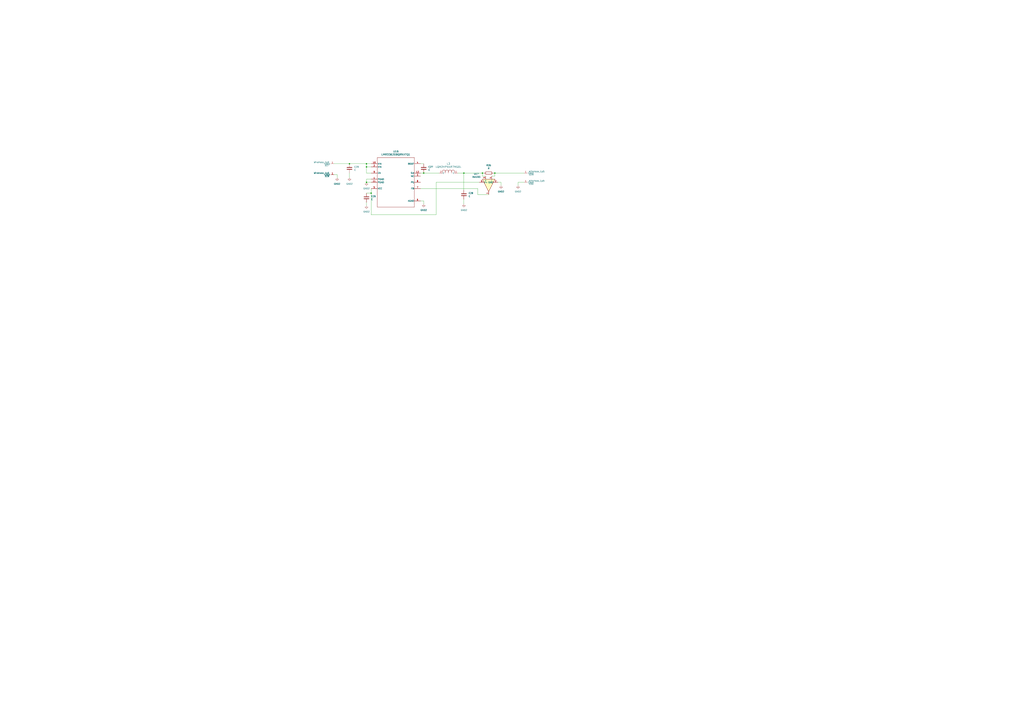
<source format=kicad_sch>
(kicad_sch (version 20230121) (generator eeschema)
  (paper "A1")
  (lib_symbols
    (symbol "Amplifier_Current:INA193" (pin_names (offset 0.127))
      (property "Reference" "U" (at 3.81 3.81 0))
      (property "Value" "INA193" (at 3.81 -3.81 0))
      (symbol "INA193_0_1"
        (polyline (pts (xy 5.08 0) (xy -5.08 5.08) (xy -5.08 -5.08) (xy 5.08 0)) (stroke (width 0.254)) (fill (type background)))
      )
      (symbol "INA193_1_1"
        (pin output line (at 7.62 0 180) (length 2.54) (name "~") (number "1"))
        (pin power_in line (at -2.54 -7.62 90) (length 3.81) (name "GND") (number "2"))
        (pin input line (at -7.62 2.54 0) (length 2.54) (name "+") (number "3"))
        (pin input line (at -7.62 -2.54 0) (length 2.54) (name "-") (number "4"))
        (pin power_in line (at -2.54 7.62 270) (length 3.81) (name "V+") (number "5"))
      )
    )
    (symbol "Connectors_for_Wire:WireHole_1p5"
      (property "Reference" "D" (at 0 -1.27 0))
      (property "Value" "WireHole_1p5" (at 0 1.27 0))
      (symbol "WireHole_1p5_1_0"
        (pin bidirectional line (at 0 0 0) (length 2.54) (name "Conn") (number "1"))
      )
    )
    (symbol "Device:C" (pin_numbers hide) (pin_names (offset 0.254))
      (property "Reference" "C" (at 0.635 2.54 0))
      (property "Value" "C" (at 0.635 -2.54 0))
      (symbol "C_0_1"
        (polyline (pts (xy -2.032 -0.762) (xy 2.032 -0.762)) (stroke (width 0.508)))
        (polyline (pts (xy -2.032 0.762) (xy 2.032 0.762)) (stroke (width 0.508)))
      )
      (symbol "C_1_1"
        (pin passive line (at 0 3.81 270) (length 2.794) (name "~") (number "1"))
        (pin passive line (at 0 -3.81 90) (length 2.794) (name "~") (number "2"))
      )
    )
    (symbol "Device:R" (pin_numbers hide) (pin_names (offset 0))
      (property "Reference" "R" (at 2.032 0 90))
      (property "Value" "R" (at 0 0 90))
      (symbol "R_0_1"
        (rectangle (start -1.016 -2.54) (end 1.016 2.54) (stroke (width 0.254)))
      )
      (symbol "R_1_1"
        (pin passive line (at 0 3.81 270) (length 1.27) (name "~") (number "1"))
        (pin passive line (at 0 -3.81 90) (length 1.27) (name "~") (number "2"))
      )
    )
    (symbol "LMR33620BQRNXTQ1:LMR33620BQRNXTQ1" (pin_names (offset 0.254))
      (property "Reference" "U" (at 0 2.54 0))
      (property "Value" "LMR33620BQRNXTQ1" (at 0 0 0))
      (symbol "LMR33620BQRNXTQ1_0_1"
        (polyline (pts (xy -15.24 -20.32) (xy 15.24 -20.32)) (stroke (width 0.2032)))
        (polyline (pts (xy -15.24 20.32) (xy -15.24 -20.32)) (stroke (width 0.2032)))
        (polyline (pts (xy 15.24 -20.32) (xy 15.24 20.32)) (stroke (width 0.2032)))
        (polyline (pts (xy 15.24 20.32) (xy -15.24 20.32)) (stroke (width 0.2032)))
        (pin power_in line (at -20.32 2.54 0) (length 5.08) (name "PGND") (number "1"))
        (pin power_in line (at -20.32 15.24 0) (length 5.08) (name "VIN") (number "10"))
        (pin power_in line (at -20.32 0 0) (length 5.08) (name "PGND") (number "11"))
        (pin power_in line (at 20.32 7.62 180) (length 5.08) (name "SW") (number "12"))
        (pin power_in line (at -20.32 12.7 0) (length 5.08) (name "VIN") (number "2"))
        (pin unspecified line (at 20.32 5.08 180) (length 5.08) (name "NC") (number "3"))
        (pin power_in line (at 20.32 15.24 180) (length 5.08) (name "BOOT") (number "4"))
        (pin power_in line (at -20.32 -5.08 0) (length 5.08) (name "VCC") (number "5"))
        (pin power_in line (at 20.32 -15.24 180) (length 5.08) (name "AGND") (number "6"))
        (pin input line (at 20.32 -5.08 180) (length 5.08) (name "FB") (number "7"))
        (pin open_collector line (at 20.32 0 180) (length 5.08) (name "PG") (number "8"))
        (pin input line (at -20.32 7.62 0) (length 5.08) (name "EN") (number "9"))
      )
    )
    (symbol "LQM2HPN:LQM2HPN4R7MG0L" (pin_names (offset 0.254))
      (property "Reference" "L" (at 6.985 5.08 0))
      (property "Value" "LQM2HPN4R7MG0L" (at 6.985 -2.54 0))
      (symbol "LQM2HPN4R7MG0L_1_1"
        (polyline (pts (xy 2.54 0) (xy 2.54 1.27)) (stroke (width 0.2032)))
        (polyline (pts (xy 5.08 0) (xy 5.08 1.27)) (stroke (width 0.2032)))
        (polyline (pts (xy 7.62 0) (xy 7.62 1.27)) (stroke (width 0.2032)))
        (polyline (pts (xy 10.16 0) (xy 10.16 1.27)) (stroke (width 0.2032)))
        (polyline (pts (xy 12.7 0) (xy 12.7 1.27)) (stroke (width 0.2032)))
        (arc (start 5.08 1.27) (mid 3.81 2.5345) (end 2.54 1.27) (stroke (width 0.2032)))
        (arc (start 7.62 1.27) (mid 6.35 2.5345) (end 5.08 1.27) (stroke (width 0.2032)))
        (arc (start 10.16 1.27) (mid 8.89 2.5345) (end 7.62 1.27) (stroke (width 0.2032)))
        (arc (start 12.7 1.27) (mid 11.43 2.5345) (end 10.16 1.27) (stroke (width 0.2032)))
        (pin unspecified line (at 15.24 0 180) (length 2.54) (name "1") (number "1"))
        (pin unspecified line (at 0 0 0) (length 2.54) (name "2") (number "2"))
      )
      (symbol "LQM2HPN4R7MG0L_1_2"
        (arc (start -1.27 5.08) (mid -2.5345 3.81) (end -1.27 2.54) (stroke (width 0.2032)))
        (arc (start -1.27 7.62) (mid -2.5345 6.35) (end -1.27 5.08) (stroke (width 0.2032)))
        (arc (start -1.27 10.16) (mid -2.5345 8.89) (end -1.27 7.62) (stroke (width 0.2032)))
        (arc (start -1.27 12.7) (mid -2.5345 11.43) (end -1.27 10.16) (stroke (width 0.2032)))
        (polyline (pts (xy 0 2.54) (xy -1.27 2.54)) (stroke (width 0.2032)))
        (polyline (pts (xy 0 5.08) (xy -1.27 5.08)) (stroke (width 0.2032)))
        (polyline (pts (xy 0 7.62) (xy -1.27 7.62)) (stroke (width 0.2032)))
        (polyline (pts (xy 0 10.16) (xy -1.27 10.16)) (stroke (width 0.2032)))
        (polyline (pts (xy 0 12.7) (xy -1.27 12.7)) (stroke (width 0.2032)))
        (pin unspecified line (at 0 15.24 270) (length 2.54) (name "1") (number "1"))
        (pin unspecified line (at 0 0 90) (length 2.54) (name "2") (number "2"))
      )
    )
    (symbol "power:GND2" (power) (pin_names (offset 0))
      (property "Value" "GND2" (at 0 -3.81 0))
      (symbol "GND2_0_1"
        (polyline (pts (xy 0 0) (xy 0 -1.27) (xy 1.27 -1.27) (xy 0 -2.54) (xy -1.27 -1.27) (xy 0 -1.27)))
      )
      (symbol "GND2_1_1"
        (pin power_in line (at 0 0 270) (length 0) hide (name "GND2") (number "1"))
      )
    )
  )
  (junction (at 381 142.24))
  (junction (at 396.24 142.24))
  (junction (at 304.8 158.75))
  (junction (at 406.4 142.24))
  (junction (at 300.99 149.86))
  (junction (at 287.02 134.62))
  (junction (at 300.99 137.16))
  (junction (at 300.99 134.62))
  (junction (at 347.98 142.24))
  (wire (pts (xy 345.44 134.62) (xy 347.98 134.62)))
  (wire (pts (xy 392.43 160.02) (xy 401.32 160.02)))
  (wire (pts (xy 347.98 142.24) (xy 360.68 142.24)))
  (wire (pts (xy 408.94 149.86) (xy 411.48 149.86)))
  (wire (pts (xy 304.8 142.24) (xy 300.99 142.24)))
  (wire (pts (xy 358.14 176.53) (xy 304.8 176.53)))
  (wire (pts (xy 274.32 134.62) (xy 287.02 134.62)))
  (wire (pts (xy 358.14 149.86) (xy 358.14 176.53)))
  (wire (pts (xy 381 142.24) (xy 381 156.21)))
  (wire (pts (xy 406.4 142.24) (xy 405.13 142.24)))
  (wire (pts (xy 375.92 142.24) (xy 381 142.24)))
  (wire (pts (xy 300.99 134.62) (xy 304.8 134.62)))
  (wire (pts (xy 347.98 165.1) (xy 347.98 167.64)))
  (wire (pts (xy 276.86 143.51) (xy 276.86 146.05)))
  (wire (pts (xy 411.48 149.86) (xy 411.48 152.4)))
  (wire (pts (xy 304.8 176.53) (xy 304.8 158.75)))
  (wire (pts (xy 398.78 144.78) (xy 396.24 144.78)))
  (wire (pts (xy 392.43 154.94) (xy 392.43 160.02)))
  (wire (pts (xy 403.86 144.78) (xy 406.4 144.78)))
  (wire (pts (xy 381 142.24) (xy 396.24 142.24)))
  (wire (pts (xy 304.8 154.94) (xy 304.8 158.75)))
  (wire (pts (xy 345.44 142.24) (xy 347.98 142.24)))
  (wire (pts (xy 345.44 165.1) (xy 347.98 165.1)))
  (wire (pts (xy 287.02 134.62) (xy 300.99 134.62)))
  (wire (pts (xy 300.99 142.24) (xy 300.99 137.16)))
  (wire (pts (xy 304.8 147.32) (xy 300.99 147.32)))
  (wire (pts (xy 274.32 143.51) (xy 276.86 143.51)))
  (wire (pts (xy 406.4 142.24) (xy 430.53 142.24)))
  (wire (pts (xy 300.99 147.32) (xy 300.99 149.86)))
  (wire (pts (xy 304.8 137.16) (xy 300.99 137.16)))
  (wire (pts (xy 304.8 158.75) (xy 300.99 158.75)))
  (wire (pts (xy 300.99 137.16) (xy 300.99 134.62)))
  (wire (pts (xy 406.4 144.78) (xy 406.4 142.24)))
  (wire (pts (xy 287.02 142.24) (xy 287.02 146.05)))
  (wire (pts (xy 345.44 154.94) (xy 392.43 154.94)))
  (wire (pts (xy 396.24 144.78) (xy 396.24 142.24)))
  (wire (pts (xy 300.99 166.37) (xy 300.99 168.91)))
  (wire (pts (xy 430.53 149.86) (xy 425.45 149.86)))
  (wire (pts (xy 381 163.83) (xy 381 167.64)))
  (wire (pts (xy 396.24 142.24) (xy 397.51 142.24)))
  (wire (pts (xy 300.99 149.86) (xy 304.8 149.86)))
  (wire (pts (xy 393.7 149.86) (xy 358.14 149.86)))
  (wire (pts (xy 425.45 149.86) (xy 425.45 152.4)))
  (symbol (lib_id "power:GND2") (at 287.02 146.05 0) (unit 1)
    (property "Reference" "#PWR017" (effects hide))
    (property "Value" "GND2" (at 287.02 151.13 0))
  )
  (symbol (lib_id "power:GND2") (at 381 167.64 0) (unit 1)
    (property "Reference" "#PWR012" (effects hide))
    (property "Value" "GND2" (at 381 172.72 0))
  )
  (symbol (lib_id "Amplifier_Current:INA193") (at 401.32 152.4 90) (mirror x) (unit 1)
    (property "Reference" "U17" (at 391.16 142.9319 90))
    (property "Value" "INA193" (at 391.16 145.4719 90))
    (property "Footprint" "Package_TO_SOT_SMD:SOT-23-5" (effects hide))
    (property "Datasheet" "http://www.ti.com/lit/ds/symlink/ina193.pdf" (effects hide))
  )
  (symbol (lib_id "power:GND2") (at 276.86 146.05 0) (unit 1)
    (property "Reference" "#PWR019" (effects hide))
    (property "Value" "GND2" (at 276.86 151.13 0))
  )
  (symbol (lib_id "power:GND2") (at 347.98 167.64 0) (unit 1)
    (property "Reference" "#PWR014" (effects hide))
    (property "Value" "GND2" (at 347.98 172.72 0))
  )
  (symbol (lib_id "power:GND2") (at 300.99 149.86 0) (unit 1)
    (property "Reference" "#PWR015" (effects hide))
    (property "Value" "GND2" (at 300.99 154.94 0))
  )
  (symbol (lib_id "Device:C") (at 287.02 138.43 0) (unit 1)
    (property "Reference" "C29" (at 290.83 137.16 0) (effects (justify left)))
    (property "Value" "C" (at 290.83 139.7 0) (effects (justify left)))
    (property "Footprint" "Capacitor_SMD:C_0805_2012Metric_Pad1.18x1.45mm_HandSolder" (effects hide))
  )
  (symbol (lib_id "Connectors_for_Wire:WireHole_1p5") (at 274.32 143.51 180) (unit 1)
    (property "Reference" "D28" (at 270.51 144.7801 0) (effects (justify left)))
    (property "Value" "WireHole_1p5" (at 270.51 142.2401 0) (effects (justify left)))
    (property "Footprint" "Wire_holes:WireHole_1p2" (effects hide))
  )
  (symbol (lib_id "Device:C") (at 381 160.02 0) (unit 1)
    (property "Reference" "C28" (at 384.81 158.75 0) (effects (justify left)))
    (property "Value" "C" (at 384.81 161.29 0) (effects (justify left)))
    (property "Footprint" "Capacitor_SMD:C_0805_2012Metric_Pad1.18x1.45mm_HandSolder" (effects hide))
  )
  (symbol (lib_id "LMR33620BQRNXTQ1:LMR33620BQRNXTQ1") (at 325.12 149.86 0) (unit 1)
    (property "Reference" "U16" (at 325.12 124.46 0) (effects (font (size 1.524 1.524))))
    (property "Value" "LMR33620BQRNXTQ1" (at 325.12 127 0) (effects (font (size 1.524 1.524))))
    (property "Footprint" "ul_LMR33620BQRNXTQ1:RNX0012B" (effects hide))
    (property "Datasheet" "LMR33620BQRNXTQ1" (effects hide))
  )
  (symbol (lib_id "Connectors_for_Wire:WireHole_1p5") (at 430.53 149.86 0) (mirror x) (unit 1)
    (property "Reference" "D30" (at 434.34 151.1301 0) (effects (justify left)))
    (property "Value" "WireHole_1p5" (at 434.34 148.5901 0) (effects (justify left)))
    (property "Footprint" "Wire_holes:WireHole_1p2" (effects hide))
  )
  (symbol (lib_id "Connectors_for_Wire:WireHole_1p5") (at 430.53 142.24 0) (mirror x) (unit 1)
    (property "Reference" "D29" (at 434.34 143.5101 0) (effects (justify left)))
    (property "Value" "WireHole_1p5" (at 434.34 140.9701 0) (effects (justify left)))
    (property "Footprint" "Wire_holes:WireHole_1p2" (effects hide))
  )
  (symbol (lib_id "power:GND2") (at 411.48 152.4 0) (unit 1)
    (property "Reference" "#PWR013" (effects hide))
    (property "Value" "GND2" (at 411.48 157.48 0))
  )
  (symbol (lib_id "Device:R") (at 401.32 142.24 90) (unit 1)
    (property "Reference" "R26" (at 401.32 135.89 90))
    (property "Value" "R" (at 401.32 138.43 90))
    (property "Footprint" "Resistor_SMD:R_0603_1608Metric_Pad0.98x0.95mm_HandSolder" (effects hide))
  )
  (symbol (lib_id "Device:C") (at 347.98 138.43 0) (unit 1)
    (property "Reference" "C27" (at 351.79 137.16 0) (effects (justify left)))
    (property "Value" "C" (at 351.79 139.7 0) (effects (justify left)))
    (property "Footprint" "Capacitor_SMD:C_0603_1608Metric_Pad1.08x0.95mm_HandSolder" (effects hide))
  )
  (symbol (lib_id "power:GND2") (at 425.45 152.4 0) (unit 1)
    (property "Reference" "#PWR018" (effects hide))
    (property "Value" "GND2" (at 425.45 157.48 0))
  )
  (symbol (lib_id "Connectors_for_Wire:WireHole_1p5") (at 274.32 134.62 180) (unit 1)
    (property "Reference" "D27" (at 270.51 135.8901 0) (effects (justify left)))
    (property "Value" "WireHole_1p5" (at 270.51 133.3501 0) (effects (justify left)))
    (property "Footprint" "Wire_holes:WireHole_1p2" (effects hide))
  )
  (symbol (lib_id "LQM2HPN:LQM2HPN4R7MG0L") (at 360.68 142.24 0) (unit 1)
    (property "Reference" "L3" (at 368.3 134.62 0) (effects (font (size 1.524 1.524))))
    (property "Value" "LQM2HPN4R7MG0L" (at 368.3 137.16 0) (effects (font (size 1.524 1.524))))
    (property "Footprint" "ul_LQM2HPN4R7MG0L:IND_LQM2HPN4R7MG0L_MUR" (effects hide))
    (property "Datasheet" "LQM2HPN4R7MG0L" (effects hide))
  )
  (symbol (lib_id "power:GND2") (at 300.99 168.91 0) (unit 1)
    (property "Reference" "#PWR016" (effects hide))
    (property "Value" "GND2" (at 300.99 173.99 0))
  )
  (symbol (lib_id "Device:C") (at 300.99 162.56 0) (unit 1)
    (property "Reference" "C26" (at 304.8 161.29 0) (effects (justify left)))
    (property "Value" "C" (at 304.8 163.83 0) (effects (justify left)))
    (property "Footprint" "Capacitor_SMD:C_0603_1608Metric_Pad1.08x0.95mm_HandSolder" (effects hide))
  )
)
</source>
